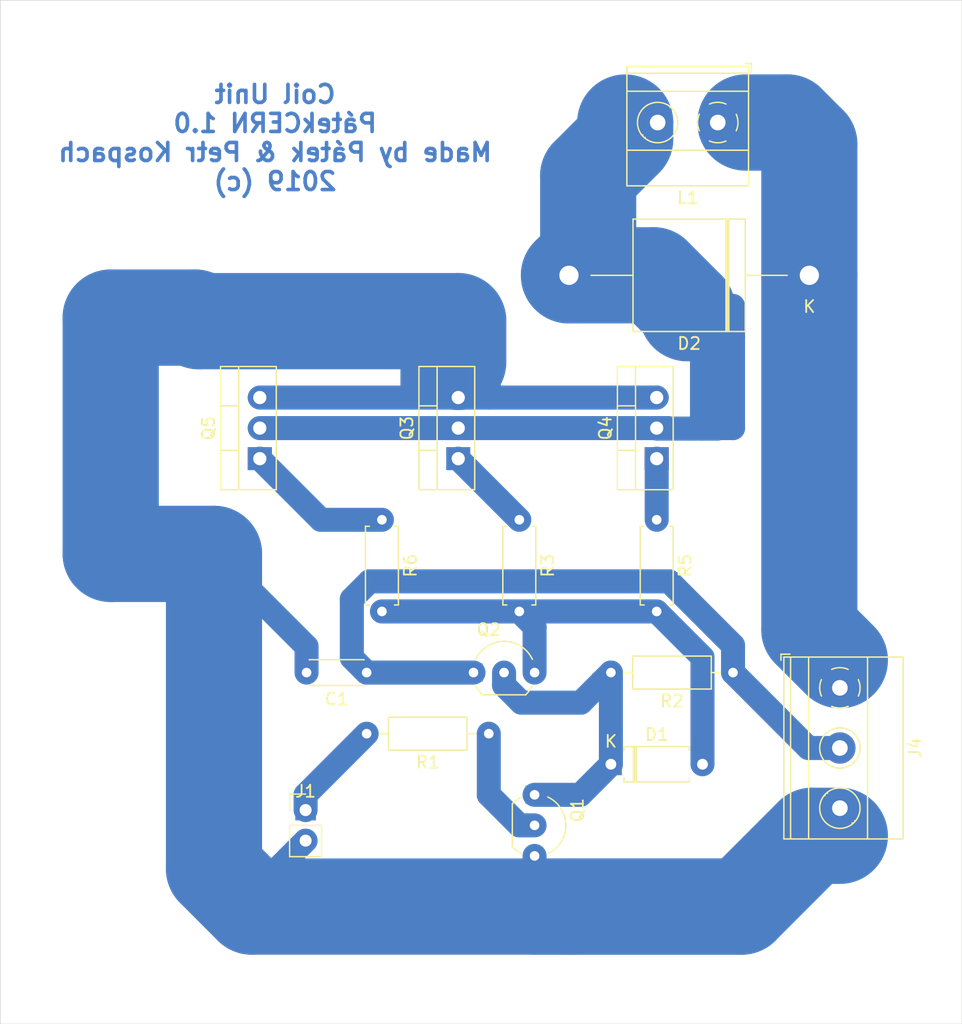
<source format=kicad_pcb>
(kicad_pcb (version 20171130) (host pcbnew 5.1.2-5.1.2)

  (general
    (thickness 1.6)
    (drawings 5)
    (tracks 96)
    (zones 0)
    (modules 16)
    (nets 12)
  )

  (page A4)
  (layers
    (0 F.Cu signal)
    (31 B.Cu signal)
    (32 B.Adhes user)
    (33 F.Adhes user)
    (34 B.Paste user)
    (35 F.Paste user)
    (36 B.SilkS user)
    (37 F.SilkS user)
    (38 B.Mask user)
    (39 F.Mask user)
    (40 Dwgs.User user)
    (41 Cmts.User user)
    (42 Eco1.User user)
    (43 Eco2.User user)
    (44 Edge.Cuts user)
    (45 Margin user)
    (46 B.CrtYd user)
    (47 F.CrtYd user)
    (48 B.Fab user)
    (49 F.Fab user)
  )

  (setup
    (last_trace_width 0.25)
    (user_trace_width 0.8)
    (user_trace_width 2)
    (user_trace_width 8)
    (user_trace_width 10)
    (trace_clearance 0.5)
    (zone_clearance 0.508)
    (zone_45_only no)
    (trace_min 0.2)
    (via_size 0.8)
    (via_drill 0.4)
    (via_min_size 0.4)
    (via_min_drill 0.3)
    (uvia_size 0.3)
    (uvia_drill 0.1)
    (uvias_allowed no)
    (uvia_min_size 0.2)
    (uvia_min_drill 0.1)
    (edge_width 0.05)
    (segment_width 0.2)
    (pcb_text_width 0.3)
    (pcb_text_size 1.5 1.5)
    (mod_edge_width 0.12)
    (mod_text_size 1 1)
    (mod_text_width 0.15)
    (pad_size 1.524 1.524)
    (pad_drill 0.762)
    (pad_to_mask_clearance 0.051)
    (solder_mask_min_width 0.25)
    (aux_axis_origin 0 0)
    (grid_origin 10.16 8.89)
    (visible_elements FFFFFF7F)
    (pcbplotparams
      (layerselection 0x010fc_ffffffff)
      (usegerberextensions false)
      (usegerberattributes false)
      (usegerberadvancedattributes false)
      (creategerberjobfile false)
      (excludeedgelayer true)
      (linewidth 0.100000)
      (plotframeref false)
      (viasonmask false)
      (mode 1)
      (useauxorigin false)
      (hpglpennumber 1)
      (hpglpenspeed 20)
      (hpglpendiameter 15.000000)
      (psnegative false)
      (psa4output false)
      (plotreference true)
      (plotvalue true)
      (plotinvisibletext false)
      (padsonsilk false)
      (subtractmaskfromsilk false)
      (outputformat 1)
      (mirror false)
      (drillshape 1)
      (scaleselection 1)
      (outputdirectory ""))
  )

  (net 0 "")
  (net 1 "Net-(C1-Pad2)")
  (net 2 "Net-(D2-Pad1)")
  (net 3 "Net-(C1-Pad1)")
  (net 4 "Net-(D1-Pad1)")
  (net 5 "Net-(Q1-Pad2)")
  (net 6 "Net-(D1-Pad2)")
  (net 7 "Net-(D2-Pad2)")
  (net 8 "Net-(Q3-Pad1)")
  (net 9 "Net-(Q4-Pad1)")
  (net 10 "Net-(Q5-Pad1)")
  (net 11 "Net-(J1-Pad1)")

  (net_class Default "This is the default net class."
    (clearance 0.5)
    (trace_width 0.25)
    (via_dia 0.8)
    (via_drill 0.4)
    (uvia_dia 0.3)
    (uvia_drill 0.1)
    (add_net "Net-(C1-Pad1)")
    (add_net "Net-(C1-Pad2)")
    (add_net "Net-(D1-Pad1)")
    (add_net "Net-(D1-Pad2)")
    (add_net "Net-(D2-Pad1)")
    (add_net "Net-(D2-Pad2)")
    (add_net "Net-(J1-Pad1)")
    (add_net "Net-(Q1-Pad2)")
    (add_net "Net-(Q3-Pad1)")
    (add_net "Net-(Q4-Pad1)")
    (add_net "Net-(Q5-Pad1)")
  )

  (module Package_TO_SOT_THT:TO-92_Inline_Wide (layer F.Cu) (tedit 5A02FF81) (tstamp 5CE876AE)
    (at 87.63 72.39)
    (descr "TO-92 leads in-line, wide, drill 0.75mm (see NXP sot054_po.pdf)")
    (tags "to-92 sc-43 sc-43a sot54 PA33 transistor")
    (path /5CE15D83)
    (fp_text reference Q2 (at 1.27 -3.56) (layer F.SilkS)
      (effects (font (size 1 1) (thickness 0.15)))
    )
    (fp_text value BC337 (at 1.27 2.79) (layer F.Fab)
      (effects (font (size 1 1) (thickness 0.15)))
    )
    (fp_arc (start 2.54 0) (end 4.34 1.85) (angle -20) (layer F.SilkS) (width 0.12))
    (fp_arc (start 2.54 0) (end 2.54 -2.48) (angle -135) (layer F.Fab) (width 0.1))
    (fp_arc (start 2.54 0) (end 2.54 -2.48) (angle 135) (layer F.Fab) (width 0.1))
    (fp_arc (start 2.54 0) (end 2.54 -2.6) (angle 65) (layer F.SilkS) (width 0.12))
    (fp_arc (start 2.54 0) (end 2.54 -2.6) (angle -65) (layer F.SilkS) (width 0.12))
    (fp_arc (start 2.54 0) (end 0.74 1.85) (angle 20) (layer F.SilkS) (width 0.12))
    (fp_line (start 6.09 2.01) (end -1.01 2.01) (layer F.CrtYd) (width 0.05))
    (fp_line (start 6.09 2.01) (end 6.09 -2.73) (layer F.CrtYd) (width 0.05))
    (fp_line (start -1.01 -2.73) (end -1.01 2.01) (layer F.CrtYd) (width 0.05))
    (fp_line (start -1.01 -2.73) (end 6.09 -2.73) (layer F.CrtYd) (width 0.05))
    (fp_line (start 0.8 1.75) (end 4.3 1.75) (layer F.Fab) (width 0.1))
    (fp_line (start 0.74 1.85) (end 4.34 1.85) (layer F.SilkS) (width 0.12))
    (fp_text user %R (at 1.27 -3.56) (layer F.Fab)
      (effects (font (size 1 1) (thickness 0.15)))
    )
    (pad 1 thru_hole rect (at 0 0 90) (size 1.5 1.5) (drill 0.8) (layers *.Cu *.Mask)
      (net 3 "Net-(C1-Pad1)"))
    (pad 3 thru_hole circle (at 5.08 0 90) (size 1.5 1.5) (drill 0.8) (layers *.Cu *.Mask)
      (net 6 "Net-(D1-Pad2)"))
    (pad 2 thru_hole circle (at 2.54 0 90) (size 1.5 1.5) (drill 0.8) (layers *.Cu *.Mask)
      (net 4 "Net-(D1-Pad1)"))
    (model ${KISYS3DMOD}/Package_TO_SOT_THT.3dshapes/TO-92_Inline_Wide.wrl
      (at (xyz 0 0 0))
      (scale (xyz 1 1 1))
      (rotate (xyz 0 0 0))
    )
  )

  (module Package_TO_SOT_THT:TO-92_Inline_Wide (layer F.Cu) (tedit 5A02FF81) (tstamp 5CE8769C)
    (at 92.71 82.55 270)
    (descr "TO-92 leads in-line, wide, drill 0.75mm (see NXP sot054_po.pdf)")
    (tags "to-92 sc-43 sc-43a sot54 PA33 transistor")
    (path /5CE15D35)
    (fp_text reference Q1 (at 1.27 -3.56 90) (layer F.SilkS)
      (effects (font (size 1 1) (thickness 0.15)))
    )
    (fp_text value BC337 (at 1.27 2.79 90) (layer F.Fab)
      (effects (font (size 1 1) (thickness 0.15)))
    )
    (fp_arc (start 2.54 0) (end 4.34 1.85) (angle -20) (layer F.SilkS) (width 0.12))
    (fp_arc (start 2.54 0) (end 2.54 -2.48) (angle -135) (layer F.Fab) (width 0.1))
    (fp_arc (start 2.54 0) (end 2.54 -2.48) (angle 135) (layer F.Fab) (width 0.1))
    (fp_arc (start 2.54 0) (end 2.54 -2.6) (angle 65) (layer F.SilkS) (width 0.12))
    (fp_arc (start 2.54 0) (end 2.54 -2.6) (angle -65) (layer F.SilkS) (width 0.12))
    (fp_arc (start 2.54 0) (end 0.74 1.85) (angle 20) (layer F.SilkS) (width 0.12))
    (fp_line (start 6.09 2.01) (end -1.01 2.01) (layer F.CrtYd) (width 0.05))
    (fp_line (start 6.09 2.01) (end 6.09 -2.73) (layer F.CrtYd) (width 0.05))
    (fp_line (start -1.01 -2.73) (end -1.01 2.01) (layer F.CrtYd) (width 0.05))
    (fp_line (start -1.01 -2.73) (end 6.09 -2.73) (layer F.CrtYd) (width 0.05))
    (fp_line (start 0.8 1.75) (end 4.3 1.75) (layer F.Fab) (width 0.1))
    (fp_line (start 0.74 1.85) (end 4.34 1.85) (layer F.SilkS) (width 0.12))
    (fp_text user %R (at 1.27 -3.56 90) (layer F.Fab)
      (effects (font (size 1 1) (thickness 0.15)))
    )
    (pad 1 thru_hole rect (at 0 0) (size 1.5 1.5) (drill 0.8) (layers *.Cu *.Mask)
      (net 4 "Net-(D1-Pad1)"))
    (pad 3 thru_hole circle (at 5.08 0) (size 1.5 1.5) (drill 0.8) (layers *.Cu *.Mask)
      (net 1 "Net-(C1-Pad2)"))
    (pad 2 thru_hole circle (at 2.54 0) (size 1.5 1.5) (drill 0.8) (layers *.Cu *.Mask)
      (net 5 "Net-(Q1-Pad2)"))
    (model ${KISYS3DMOD}/Package_TO_SOT_THT.3dshapes/TO-92_Inline_Wide.wrl
      (at (xyz 0 0 0))
      (scale (xyz 1 1 1))
      (rotate (xyz 0 0 0))
    )
  )

  (module Connector_PinHeader_2.54mm:PinHeader_1x02_P2.54mm_Vertical (layer F.Cu) (tedit 59FED5CC) (tstamp 5CE87465)
    (at 73.66 83.82)
    (descr "Through hole straight pin header, 1x02, 2.54mm pitch, single row")
    (tags "Through hole pin header THT 1x02 2.54mm single row")
    (path /5CE1F4C9)
    (fp_text reference J1 (at 0 -1.56) (layer F.SilkS)
      (effects (font (size 1 1) (thickness 0.15)))
    )
    (fp_text value "Vstup pulzu" (at 0 2.56) (layer F.Fab)
      (effects (font (size 1 1) (thickness 0.15)))
    )
    (fp_text user %R (at 0 0.5 90) (layer F.Fab)
      (effects (font (size 0.76 0.76) (thickness 0.114)))
    )
    (fp_line (start 1.8 -1.8) (end -1.8 -1.8) (layer F.CrtYd) (width 0.05))
    (fp_line (start 1.8 4.35) (end 1.8 -1.8) (layer F.CrtYd) (width 0.05))
    (fp_line (start -1.8 4.35) (end 1.8 4.35) (layer F.CrtYd) (width 0.05))
    (fp_line (start -1.8 -1.8) (end -1.8 4.35) (layer F.CrtYd) (width 0.05))
    (fp_line (start -1.33 -1.33) (end 0 -1.33) (layer F.SilkS) (width 0.12))
    (fp_line (start -1.33 0) (end -1.33 -1.33) (layer F.SilkS) (width 0.12))
    (fp_line (start -1.33 1.27) (end 1.33 1.27) (layer F.SilkS) (width 0.12))
    (fp_line (start 1.33 1.27) (end 1.33 3.87) (layer F.SilkS) (width 0.12))
    (fp_line (start -1.33 1.27) (end -1.33 3.87) (layer F.SilkS) (width 0.12))
    (fp_line (start -1.33 3.87) (end 1.33 3.87) (layer F.SilkS) (width 0.12))
    (fp_line (start -1.27 -0.635) (end -0.635 -1.27) (layer F.Fab) (width 0.1))
    (fp_line (start -1.27 3.81) (end -1.27 -0.635) (layer F.Fab) (width 0.1))
    (fp_line (start 1.27 3.81) (end -1.27 3.81) (layer F.Fab) (width 0.1))
    (fp_line (start 1.27 -1.27) (end 1.27 3.81) (layer F.Fab) (width 0.1))
    (fp_line (start -0.635 -1.27) (end 1.27 -1.27) (layer F.Fab) (width 0.1))
    (pad 2 thru_hole oval (at 0 2.54) (size 1.7 1.7) (drill 1) (layers *.Cu *.Mask)
      (net 1 "Net-(C1-Pad2)"))
    (pad 1 thru_hole rect (at 0 0) (size 1.7 1.7) (drill 1) (layers *.Cu *.Mask)
      (net 11 "Net-(J1-Pad1)"))
    (model ${KISYS3DMOD}/Connector_PinHeader_2.54mm.3dshapes/PinHeader_1x02_P2.54mm_Vertical.wrl
      (at (xyz 0 0 0))
      (scale (xyz 1 1 1))
      (rotate (xyz 0 0 0))
    )
  )

  (module Resistor_THT:R_Axial_DIN0207_L6.3mm_D2.5mm_P7.62mm_Horizontal (layer F.Cu) (tedit 5AE5139B) (tstamp 5CE8779B)
    (at 80.01 59.69 270)
    (descr "Resistor, Axial_DIN0207 series, Axial, Horizontal, pin pitch=7.62mm, 0.25W = 1/4W, length*diameter=6.3*2.5mm^2, http://cdn-reichelt.de/documents/datenblatt/B400/1_4W%23YAG.pdf")
    (tags "Resistor Axial_DIN0207 series Axial Horizontal pin pitch 7.62mm 0.25W = 1/4W length 6.3mm diameter 2.5mm")
    (path /5CE33135)
    (fp_text reference R6 (at 3.81 -2.37 90) (layer F.SilkS)
      (effects (font (size 1 1) (thickness 0.15)))
    )
    (fp_text value 47 (at 3.81 2.37 90) (layer F.Fab)
      (effects (font (size 1 1) (thickness 0.15)))
    )
    (fp_text user %R (at 3.81 0 90) (layer F.Fab)
      (effects (font (size 1 1) (thickness 0.15)))
    )
    (fp_line (start 8.67 -1.5) (end -1.05 -1.5) (layer F.CrtYd) (width 0.05))
    (fp_line (start 8.67 1.5) (end 8.67 -1.5) (layer F.CrtYd) (width 0.05))
    (fp_line (start -1.05 1.5) (end 8.67 1.5) (layer F.CrtYd) (width 0.05))
    (fp_line (start -1.05 -1.5) (end -1.05 1.5) (layer F.CrtYd) (width 0.05))
    (fp_line (start 7.08 1.37) (end 7.08 1.04) (layer F.SilkS) (width 0.12))
    (fp_line (start 0.54 1.37) (end 7.08 1.37) (layer F.SilkS) (width 0.12))
    (fp_line (start 0.54 1.04) (end 0.54 1.37) (layer F.SilkS) (width 0.12))
    (fp_line (start 7.08 -1.37) (end 7.08 -1.04) (layer F.SilkS) (width 0.12))
    (fp_line (start 0.54 -1.37) (end 7.08 -1.37) (layer F.SilkS) (width 0.12))
    (fp_line (start 0.54 -1.04) (end 0.54 -1.37) (layer F.SilkS) (width 0.12))
    (fp_line (start 7.62 0) (end 6.96 0) (layer F.Fab) (width 0.1))
    (fp_line (start 0 0) (end 0.66 0) (layer F.Fab) (width 0.1))
    (fp_line (start 6.96 -1.25) (end 0.66 -1.25) (layer F.Fab) (width 0.1))
    (fp_line (start 6.96 1.25) (end 6.96 -1.25) (layer F.Fab) (width 0.1))
    (fp_line (start 0.66 1.25) (end 6.96 1.25) (layer F.Fab) (width 0.1))
    (fp_line (start 0.66 -1.25) (end 0.66 1.25) (layer F.Fab) (width 0.1))
    (pad 2 thru_hole oval (at 7.62 0 270) (size 1.6 1.6) (drill 0.8) (layers *.Cu *.Mask)
      (net 6 "Net-(D1-Pad2)"))
    (pad 1 thru_hole circle (at 0 0 270) (size 1.6 1.6) (drill 0.8) (layers *.Cu *.Mask)
      (net 10 "Net-(Q5-Pad1)"))
    (model ${KISYS3DMOD}/Resistor_THT.3dshapes/R_Axial_DIN0207_L6.3mm_D2.5mm_P7.62mm_Horizontal.wrl
      (at (xyz 0 0 0))
      (scale (xyz 1 1 1))
      (rotate (xyz 0 0 0))
    )
  )

  (module Resistor_THT:R_Axial_DIN0207_L6.3mm_D2.5mm_P7.62mm_Horizontal (layer F.Cu) (tedit 5AE5139B) (tstamp 5CE87784)
    (at 102.87 59.69 270)
    (descr "Resistor, Axial_DIN0207 series, Axial, Horizontal, pin pitch=7.62mm, 0.25W = 1/4W, length*diameter=6.3*2.5mm^2, http://cdn-reichelt.de/documents/datenblatt/B400/1_4W%23YAG.pdf")
    (tags "Resistor Axial_DIN0207 series Axial Horizontal pin pitch 7.62mm 0.25W = 1/4W length 6.3mm diameter 2.5mm")
    (path /5CE330F1)
    (fp_text reference R5 (at 3.81 -2.37 90) (layer F.SilkS)
      (effects (font (size 1 1) (thickness 0.15)))
    )
    (fp_text value 47 (at 3.81 2.37 90) (layer F.Fab)
      (effects (font (size 1 1) (thickness 0.15)))
    )
    (fp_text user %R (at 3.81 0 90) (layer F.Fab)
      (effects (font (size 1 1) (thickness 0.15)))
    )
    (fp_line (start 8.67 -1.5) (end -1.05 -1.5) (layer F.CrtYd) (width 0.05))
    (fp_line (start 8.67 1.5) (end 8.67 -1.5) (layer F.CrtYd) (width 0.05))
    (fp_line (start -1.05 1.5) (end 8.67 1.5) (layer F.CrtYd) (width 0.05))
    (fp_line (start -1.05 -1.5) (end -1.05 1.5) (layer F.CrtYd) (width 0.05))
    (fp_line (start 7.08 1.37) (end 7.08 1.04) (layer F.SilkS) (width 0.12))
    (fp_line (start 0.54 1.37) (end 7.08 1.37) (layer F.SilkS) (width 0.12))
    (fp_line (start 0.54 1.04) (end 0.54 1.37) (layer F.SilkS) (width 0.12))
    (fp_line (start 7.08 -1.37) (end 7.08 -1.04) (layer F.SilkS) (width 0.12))
    (fp_line (start 0.54 -1.37) (end 7.08 -1.37) (layer F.SilkS) (width 0.12))
    (fp_line (start 0.54 -1.04) (end 0.54 -1.37) (layer F.SilkS) (width 0.12))
    (fp_line (start 7.62 0) (end 6.96 0) (layer F.Fab) (width 0.1))
    (fp_line (start 0 0) (end 0.66 0) (layer F.Fab) (width 0.1))
    (fp_line (start 6.96 -1.25) (end 0.66 -1.25) (layer F.Fab) (width 0.1))
    (fp_line (start 6.96 1.25) (end 6.96 -1.25) (layer F.Fab) (width 0.1))
    (fp_line (start 0.66 1.25) (end 6.96 1.25) (layer F.Fab) (width 0.1))
    (fp_line (start 0.66 -1.25) (end 0.66 1.25) (layer F.Fab) (width 0.1))
    (pad 2 thru_hole oval (at 7.62 0 270) (size 1.6 1.6) (drill 0.8) (layers *.Cu *.Mask)
      (net 6 "Net-(D1-Pad2)"))
    (pad 1 thru_hole circle (at 0 0 270) (size 1.6 1.6) (drill 0.8) (layers *.Cu *.Mask)
      (net 9 "Net-(Q4-Pad1)"))
    (model ${KISYS3DMOD}/Resistor_THT.3dshapes/R_Axial_DIN0207_L6.3mm_D2.5mm_P7.62mm_Horizontal.wrl
      (at (xyz 0 0 0))
      (scale (xyz 1 1 1))
      (rotate (xyz 0 0 0))
    )
  )

  (module Resistor_THT:R_Axial_DIN0207_L6.3mm_D2.5mm_P7.62mm_Horizontal (layer F.Cu) (tedit 5AE5139B) (tstamp 5CE87741)
    (at 91.44 59.69 270)
    (descr "Resistor, Axial_DIN0207 series, Axial, Horizontal, pin pitch=7.62mm, 0.25W = 1/4W, length*diameter=6.3*2.5mm^2, http://cdn-reichelt.de/documents/datenblatt/B400/1_4W%23YAG.pdf")
    (tags "Resistor Axial_DIN0207 series Axial Horizontal pin pitch 7.62mm 0.25W = 1/4W length 6.3mm diameter 2.5mm")
    (path /5CE15C61)
    (fp_text reference R3 (at 3.81 -2.37 90) (layer F.SilkS)
      (effects (font (size 1 1) (thickness 0.15)))
    )
    (fp_text value 47 (at 3.81 2.37 90) (layer F.Fab)
      (effects (font (size 1 1) (thickness 0.15)))
    )
    (fp_text user %R (at 3.81 0 90) (layer F.Fab)
      (effects (font (size 1 1) (thickness 0.15)))
    )
    (fp_line (start 8.67 -1.5) (end -1.05 -1.5) (layer F.CrtYd) (width 0.05))
    (fp_line (start 8.67 1.5) (end 8.67 -1.5) (layer F.CrtYd) (width 0.05))
    (fp_line (start -1.05 1.5) (end 8.67 1.5) (layer F.CrtYd) (width 0.05))
    (fp_line (start -1.05 -1.5) (end -1.05 1.5) (layer F.CrtYd) (width 0.05))
    (fp_line (start 7.08 1.37) (end 7.08 1.04) (layer F.SilkS) (width 0.12))
    (fp_line (start 0.54 1.37) (end 7.08 1.37) (layer F.SilkS) (width 0.12))
    (fp_line (start 0.54 1.04) (end 0.54 1.37) (layer F.SilkS) (width 0.12))
    (fp_line (start 7.08 -1.37) (end 7.08 -1.04) (layer F.SilkS) (width 0.12))
    (fp_line (start 0.54 -1.37) (end 7.08 -1.37) (layer F.SilkS) (width 0.12))
    (fp_line (start 0.54 -1.04) (end 0.54 -1.37) (layer F.SilkS) (width 0.12))
    (fp_line (start 7.62 0) (end 6.96 0) (layer F.Fab) (width 0.1))
    (fp_line (start 0 0) (end 0.66 0) (layer F.Fab) (width 0.1))
    (fp_line (start 6.96 -1.25) (end 0.66 -1.25) (layer F.Fab) (width 0.1))
    (fp_line (start 6.96 1.25) (end 6.96 -1.25) (layer F.Fab) (width 0.1))
    (fp_line (start 0.66 1.25) (end 6.96 1.25) (layer F.Fab) (width 0.1))
    (fp_line (start 0.66 -1.25) (end 0.66 1.25) (layer F.Fab) (width 0.1))
    (pad 2 thru_hole oval (at 7.62 0 270) (size 1.6 1.6) (drill 0.8) (layers *.Cu *.Mask)
      (net 6 "Net-(D1-Pad2)"))
    (pad 1 thru_hole circle (at 0 0 270) (size 1.6 1.6) (drill 0.8) (layers *.Cu *.Mask)
      (net 8 "Net-(Q3-Pad1)"))
    (model ${KISYS3DMOD}/Resistor_THT.3dshapes/R_Axial_DIN0207_L6.3mm_D2.5mm_P7.62mm_Horizontal.wrl
      (at (xyz 0 0 0))
      (scale (xyz 1 1 1))
      (rotate (xyz 0 0 0))
    )
  )

  (module Resistor_THT:R_Axial_DIN0207_L6.3mm_D2.5mm_P10.16mm_Horizontal (layer F.Cu) (tedit 5AE5139B) (tstamp 5CE8772A)
    (at 109.22 72.39 180)
    (descr "Resistor, Axial_DIN0207 series, Axial, Horizontal, pin pitch=10.16mm, 0.25W = 1/4W, length*diameter=6.3*2.5mm^2, http://cdn-reichelt.de/documents/datenblatt/B400/1_4W%23YAG.pdf")
    (tags "Resistor Axial_DIN0207 series Axial Horizontal pin pitch 10.16mm 0.25W = 1/4W length 6.3mm diameter 2.5mm")
    (path /5CE15B50)
    (fp_text reference R2 (at 5.08 -2.37) (layer F.SilkS)
      (effects (font (size 1 1) (thickness 0.15)))
    )
    (fp_text value 2k2 (at 5.08 2.37) (layer F.Fab)
      (effects (font (size 1 1) (thickness 0.15)))
    )
    (fp_text user %R (at 5.08 0) (layer F.Fab)
      (effects (font (size 1 1) (thickness 0.15)))
    )
    (fp_line (start 11.21 -1.5) (end -1.05 -1.5) (layer F.CrtYd) (width 0.05))
    (fp_line (start 11.21 1.5) (end 11.21 -1.5) (layer F.CrtYd) (width 0.05))
    (fp_line (start -1.05 1.5) (end 11.21 1.5) (layer F.CrtYd) (width 0.05))
    (fp_line (start -1.05 -1.5) (end -1.05 1.5) (layer F.CrtYd) (width 0.05))
    (fp_line (start 9.12 0) (end 8.35 0) (layer F.SilkS) (width 0.12))
    (fp_line (start 1.04 0) (end 1.81 0) (layer F.SilkS) (width 0.12))
    (fp_line (start 8.35 -1.37) (end 1.81 -1.37) (layer F.SilkS) (width 0.12))
    (fp_line (start 8.35 1.37) (end 8.35 -1.37) (layer F.SilkS) (width 0.12))
    (fp_line (start 1.81 1.37) (end 8.35 1.37) (layer F.SilkS) (width 0.12))
    (fp_line (start 1.81 -1.37) (end 1.81 1.37) (layer F.SilkS) (width 0.12))
    (fp_line (start 10.16 0) (end 8.23 0) (layer F.Fab) (width 0.1))
    (fp_line (start 0 0) (end 1.93 0) (layer F.Fab) (width 0.1))
    (fp_line (start 8.23 -1.25) (end 1.93 -1.25) (layer F.Fab) (width 0.1))
    (fp_line (start 8.23 1.25) (end 8.23 -1.25) (layer F.Fab) (width 0.1))
    (fp_line (start 1.93 1.25) (end 8.23 1.25) (layer F.Fab) (width 0.1))
    (fp_line (start 1.93 -1.25) (end 1.93 1.25) (layer F.Fab) (width 0.1))
    (pad 2 thru_hole oval (at 10.16 0 180) (size 1.6 1.6) (drill 0.8) (layers *.Cu *.Mask)
      (net 4 "Net-(D1-Pad1)"))
    (pad 1 thru_hole circle (at 0 0 180) (size 1.6 1.6) (drill 0.8) (layers *.Cu *.Mask)
      (net 3 "Net-(C1-Pad1)"))
    (model ${KISYS3DMOD}/Resistor_THT.3dshapes/R_Axial_DIN0207_L6.3mm_D2.5mm_P10.16mm_Horizontal.wrl
      (at (xyz 0 0 0))
      (scale (xyz 1 1 1))
      (rotate (xyz 0 0 0))
    )
  )

  (module Resistor_THT:R_Axial_DIN0207_L6.3mm_D2.5mm_P10.16mm_Horizontal (layer F.Cu) (tedit 5AE5139B) (tstamp 5CE87713)
    (at 88.9 77.47 180)
    (descr "Resistor, Axial_DIN0207 series, Axial, Horizontal, pin pitch=10.16mm, 0.25W = 1/4W, length*diameter=6.3*2.5mm^2, http://cdn-reichelt.de/documents/datenblatt/B400/1_4W%23YAG.pdf")
    (tags "Resistor Axial_DIN0207 series Axial Horizontal pin pitch 10.16mm 0.25W = 1/4W length 6.3mm diameter 2.5mm")
    (path /5CE15C0E)
    (fp_text reference R1 (at 5.08 -2.37) (layer F.SilkS)
      (effects (font (size 1 1) (thickness 0.15)))
    )
    (fp_text value 1k (at 5.08 2.37) (layer F.Fab)
      (effects (font (size 1 1) (thickness 0.15)))
    )
    (fp_text user %R (at 5.08 0) (layer F.Fab)
      (effects (font (size 1 1) (thickness 0.15)))
    )
    (fp_line (start 11.21 -1.5) (end -1.05 -1.5) (layer F.CrtYd) (width 0.05))
    (fp_line (start 11.21 1.5) (end 11.21 -1.5) (layer F.CrtYd) (width 0.05))
    (fp_line (start -1.05 1.5) (end 11.21 1.5) (layer F.CrtYd) (width 0.05))
    (fp_line (start -1.05 -1.5) (end -1.05 1.5) (layer F.CrtYd) (width 0.05))
    (fp_line (start 9.12 0) (end 8.35 0) (layer F.SilkS) (width 0.12))
    (fp_line (start 1.04 0) (end 1.81 0) (layer F.SilkS) (width 0.12))
    (fp_line (start 8.35 -1.37) (end 1.81 -1.37) (layer F.SilkS) (width 0.12))
    (fp_line (start 8.35 1.37) (end 8.35 -1.37) (layer F.SilkS) (width 0.12))
    (fp_line (start 1.81 1.37) (end 8.35 1.37) (layer F.SilkS) (width 0.12))
    (fp_line (start 1.81 -1.37) (end 1.81 1.37) (layer F.SilkS) (width 0.12))
    (fp_line (start 10.16 0) (end 8.23 0) (layer F.Fab) (width 0.1))
    (fp_line (start 0 0) (end 1.93 0) (layer F.Fab) (width 0.1))
    (fp_line (start 8.23 -1.25) (end 1.93 -1.25) (layer F.Fab) (width 0.1))
    (fp_line (start 8.23 1.25) (end 8.23 -1.25) (layer F.Fab) (width 0.1))
    (fp_line (start 1.93 1.25) (end 8.23 1.25) (layer F.Fab) (width 0.1))
    (fp_line (start 1.93 -1.25) (end 1.93 1.25) (layer F.Fab) (width 0.1))
    (pad 2 thru_hole oval (at 10.16 0 180) (size 1.6 1.6) (drill 0.8) (layers *.Cu *.Mask)
      (net 11 "Net-(J1-Pad1)"))
    (pad 1 thru_hole circle (at 0 0 180) (size 1.6 1.6) (drill 0.8) (layers *.Cu *.Mask)
      (net 5 "Net-(Q1-Pad2)"))
    (model ${KISYS3DMOD}/Resistor_THT.3dshapes/R_Axial_DIN0207_L6.3mm_D2.5mm_P10.16mm_Horizontal.wrl
      (at (xyz 0 0 0))
      (scale (xyz 1 1 1))
      (rotate (xyz 0 0 0))
    )
  )

  (module Package_TO_SOT_THT:TO-220-3_Vertical (layer F.Cu) (tedit 5AC8BA0D) (tstamp 5CE876FC)
    (at 69.85 54.61 90)
    (descr "TO-220-3, Vertical, RM 2.54mm, see https://www.vishay.com/docs/66542/to-220-1.pdf")
    (tags "TO-220-3 Vertical RM 2.54mm")
    (path /5CE302CF)
    (fp_text reference Q5 (at 2.54 -4.27 90) (layer F.SilkS)
      (effects (font (size 1 1) (thickness 0.15)))
    )
    (fp_text value IRF3205 (at 2.54 2.5 90) (layer F.Fab)
      (effects (font (size 1 1) (thickness 0.15)))
    )
    (fp_text user %R (at 2.54 -4.27 90) (layer F.Fab)
      (effects (font (size 1 1) (thickness 0.15)))
    )
    (fp_line (start 7.79 -3.4) (end -2.71 -3.4) (layer F.CrtYd) (width 0.05))
    (fp_line (start 7.79 1.51) (end 7.79 -3.4) (layer F.CrtYd) (width 0.05))
    (fp_line (start -2.71 1.51) (end 7.79 1.51) (layer F.CrtYd) (width 0.05))
    (fp_line (start -2.71 -3.4) (end -2.71 1.51) (layer F.CrtYd) (width 0.05))
    (fp_line (start 4.391 -3.27) (end 4.391 -1.76) (layer F.SilkS) (width 0.12))
    (fp_line (start 0.69 -3.27) (end 0.69 -1.76) (layer F.SilkS) (width 0.12))
    (fp_line (start -2.58 -1.76) (end 7.66 -1.76) (layer F.SilkS) (width 0.12))
    (fp_line (start 7.66 -3.27) (end 7.66 1.371) (layer F.SilkS) (width 0.12))
    (fp_line (start -2.58 -3.27) (end -2.58 1.371) (layer F.SilkS) (width 0.12))
    (fp_line (start -2.58 1.371) (end 7.66 1.371) (layer F.SilkS) (width 0.12))
    (fp_line (start -2.58 -3.27) (end 7.66 -3.27) (layer F.SilkS) (width 0.12))
    (fp_line (start 4.39 -3.15) (end 4.39 -1.88) (layer F.Fab) (width 0.1))
    (fp_line (start 0.69 -3.15) (end 0.69 -1.88) (layer F.Fab) (width 0.1))
    (fp_line (start -2.46 -1.88) (end 7.54 -1.88) (layer F.Fab) (width 0.1))
    (fp_line (start 7.54 -3.15) (end -2.46 -3.15) (layer F.Fab) (width 0.1))
    (fp_line (start 7.54 1.25) (end 7.54 -3.15) (layer F.Fab) (width 0.1))
    (fp_line (start -2.46 1.25) (end 7.54 1.25) (layer F.Fab) (width 0.1))
    (fp_line (start -2.46 -3.15) (end -2.46 1.25) (layer F.Fab) (width 0.1))
    (pad 3 thru_hole oval (at 5.08 0 90) (size 1.905 2) (drill 1.1) (layers *.Cu *.Mask)
      (net 1 "Net-(C1-Pad2)"))
    (pad 2 thru_hole oval (at 2.54 0 90) (size 1.905 2) (drill 1.1) (layers *.Cu *.Mask)
      (net 7 "Net-(D2-Pad2)"))
    (pad 1 thru_hole rect (at 0 0 90) (size 1.905 2) (drill 1.1) (layers *.Cu *.Mask)
      (net 10 "Net-(Q5-Pad1)"))
    (model ${KISYS3DMOD}/Package_TO_SOT_THT.3dshapes/TO-220-3_Vertical.wrl
      (at (xyz 0 0 0))
      (scale (xyz 1 1 1))
      (rotate (xyz 0 0 0))
    )
  )

  (module Package_TO_SOT_THT:TO-220-3_Vertical (layer F.Cu) (tedit 5AC8BA0D) (tstamp 5CE876E2)
    (at 102.87 54.61 90)
    (descr "TO-220-3, Vertical, RM 2.54mm, see https://www.vishay.com/docs/66542/to-220-1.pdf")
    (tags "TO-220-3 Vertical RM 2.54mm")
    (path /5CE3026B)
    (fp_text reference Q4 (at 2.54 -4.27 90) (layer F.SilkS)
      (effects (font (size 1 1) (thickness 0.15)))
    )
    (fp_text value IRF3205 (at 2.54 2.5 90) (layer F.Fab)
      (effects (font (size 1 1) (thickness 0.15)))
    )
    (fp_text user %R (at 2.54 -4.27 90) (layer F.Fab)
      (effects (font (size 1 1) (thickness 0.15)))
    )
    (fp_line (start 7.79 -3.4) (end -2.71 -3.4) (layer F.CrtYd) (width 0.05))
    (fp_line (start 7.79 1.51) (end 7.79 -3.4) (layer F.CrtYd) (width 0.05))
    (fp_line (start -2.71 1.51) (end 7.79 1.51) (layer F.CrtYd) (width 0.05))
    (fp_line (start -2.71 -3.4) (end -2.71 1.51) (layer F.CrtYd) (width 0.05))
    (fp_line (start 4.391 -3.27) (end 4.391 -1.76) (layer F.SilkS) (width 0.12))
    (fp_line (start 0.69 -3.27) (end 0.69 -1.76) (layer F.SilkS) (width 0.12))
    (fp_line (start -2.58 -1.76) (end 7.66 -1.76) (layer F.SilkS) (width 0.12))
    (fp_line (start 7.66 -3.27) (end 7.66 1.371) (layer F.SilkS) (width 0.12))
    (fp_line (start -2.58 -3.27) (end -2.58 1.371) (layer F.SilkS) (width 0.12))
    (fp_line (start -2.58 1.371) (end 7.66 1.371) (layer F.SilkS) (width 0.12))
    (fp_line (start -2.58 -3.27) (end 7.66 -3.27) (layer F.SilkS) (width 0.12))
    (fp_line (start 4.39 -3.15) (end 4.39 -1.88) (layer F.Fab) (width 0.1))
    (fp_line (start 0.69 -3.15) (end 0.69 -1.88) (layer F.Fab) (width 0.1))
    (fp_line (start -2.46 -1.88) (end 7.54 -1.88) (layer F.Fab) (width 0.1))
    (fp_line (start 7.54 -3.15) (end -2.46 -3.15) (layer F.Fab) (width 0.1))
    (fp_line (start 7.54 1.25) (end 7.54 -3.15) (layer F.Fab) (width 0.1))
    (fp_line (start -2.46 1.25) (end 7.54 1.25) (layer F.Fab) (width 0.1))
    (fp_line (start -2.46 -3.15) (end -2.46 1.25) (layer F.Fab) (width 0.1))
    (pad 3 thru_hole oval (at 5.08 0 90) (size 1.905 2) (drill 1.1) (layers *.Cu *.Mask)
      (net 1 "Net-(C1-Pad2)"))
    (pad 2 thru_hole oval (at 2.54 0 90) (size 1.905 2) (drill 1.1) (layers *.Cu *.Mask)
      (net 7 "Net-(D2-Pad2)"))
    (pad 1 thru_hole rect (at 0 0 90) (size 1.905 2) (drill 1.1) (layers *.Cu *.Mask)
      (net 9 "Net-(Q4-Pad1)"))
    (model ${KISYS3DMOD}/Package_TO_SOT_THT.3dshapes/TO-220-3_Vertical.wrl
      (at (xyz 0 0 0))
      (scale (xyz 1 1 1))
      (rotate (xyz 0 0 0))
    )
  )

  (module Package_TO_SOT_THT:TO-220-3_Vertical (layer F.Cu) (tedit 5AC8BA0D) (tstamp 5CE876C8)
    (at 86.36 54.61 90)
    (descr "TO-220-3, Vertical, RM 2.54mm, see https://www.vishay.com/docs/66542/to-220-1.pdf")
    (tags "TO-220-3 Vertical RM 2.54mm")
    (path /5CE160A9)
    (fp_text reference Q3 (at 2.54 -4.27 90) (layer F.SilkS)
      (effects (font (size 1 1) (thickness 0.15)))
    )
    (fp_text value IRF3205 (at 2.54 2.5 90) (layer F.Fab)
      (effects (font (size 1 1) (thickness 0.15)))
    )
    (fp_text user %R (at 2.54 -4.27 90) (layer F.Fab)
      (effects (font (size 1 1) (thickness 0.15)))
    )
    (fp_line (start 7.79 -3.4) (end -2.71 -3.4) (layer F.CrtYd) (width 0.05))
    (fp_line (start 7.79 1.51) (end 7.79 -3.4) (layer F.CrtYd) (width 0.05))
    (fp_line (start -2.71 1.51) (end 7.79 1.51) (layer F.CrtYd) (width 0.05))
    (fp_line (start -2.71 -3.4) (end -2.71 1.51) (layer F.CrtYd) (width 0.05))
    (fp_line (start 4.391 -3.27) (end 4.391 -1.76) (layer F.SilkS) (width 0.12))
    (fp_line (start 0.69 -3.27) (end 0.69 -1.76) (layer F.SilkS) (width 0.12))
    (fp_line (start -2.58 -1.76) (end 7.66 -1.76) (layer F.SilkS) (width 0.12))
    (fp_line (start 7.66 -3.27) (end 7.66 1.371) (layer F.SilkS) (width 0.12))
    (fp_line (start -2.58 -3.27) (end -2.58 1.371) (layer F.SilkS) (width 0.12))
    (fp_line (start -2.58 1.371) (end 7.66 1.371) (layer F.SilkS) (width 0.12))
    (fp_line (start -2.58 -3.27) (end 7.66 -3.27) (layer F.SilkS) (width 0.12))
    (fp_line (start 4.39 -3.15) (end 4.39 -1.88) (layer F.Fab) (width 0.1))
    (fp_line (start 0.69 -3.15) (end 0.69 -1.88) (layer F.Fab) (width 0.1))
    (fp_line (start -2.46 -1.88) (end 7.54 -1.88) (layer F.Fab) (width 0.1))
    (fp_line (start 7.54 -3.15) (end -2.46 -3.15) (layer F.Fab) (width 0.1))
    (fp_line (start 7.54 1.25) (end 7.54 -3.15) (layer F.Fab) (width 0.1))
    (fp_line (start -2.46 1.25) (end 7.54 1.25) (layer F.Fab) (width 0.1))
    (fp_line (start -2.46 -3.15) (end -2.46 1.25) (layer F.Fab) (width 0.1))
    (pad 3 thru_hole oval (at 5.08 0 90) (size 1.905 2) (drill 1.1) (layers *.Cu *.Mask)
      (net 1 "Net-(C1-Pad2)"))
    (pad 2 thru_hole oval (at 2.54 0 90) (size 1.905 2) (drill 1.1) (layers *.Cu *.Mask)
      (net 7 "Net-(D2-Pad2)"))
    (pad 1 thru_hole rect (at 0 0 90) (size 1.905 2) (drill 1.1) (layers *.Cu *.Mask)
      (net 8 "Net-(Q3-Pad1)"))
    (model ${KISYS3DMOD}/Package_TO_SOT_THT.3dshapes/TO-220-3_Vertical.wrl
      (at (xyz 0 0 0))
      (scale (xyz 1 1 1))
      (rotate (xyz 0 0 0))
    )
  )

  (module TerminalBlock_Phoenix:TerminalBlock_Phoenix_MKDS-1,5-2_1x02_P5.00mm_Horizontal (layer F.Cu) (tedit 5B294EE5) (tstamp 5CE8768A)
    (at 107.95 26.67 180)
    (descr "Terminal Block Phoenix MKDS-1,5-2, 2 pins, pitch 5mm, size 10x9.8mm^2, drill diamater 1.3mm, pad diameter 2.6mm, see http://www.farnell.com/datasheets/100425.pdf, script-generated using https://github.com/pointhi/kicad-footprint-generator/scripts/TerminalBlock_Phoenix")
    (tags "THT Terminal Block Phoenix MKDS-1,5-2 pitch 5mm size 10x9.8mm^2 drill 1.3mm pad 2.6mm")
    (path /5CE1633B)
    (fp_text reference L1 (at 2.5 -6.26) (layer F.SilkS)
      (effects (font (size 1 1) (thickness 0.15)))
    )
    (fp_text value Coil (at 2.5 5.66) (layer F.Fab)
      (effects (font (size 1 1) (thickness 0.15)))
    )
    (fp_text user %R (at 2.5 3.2) (layer F.Fab)
      (effects (font (size 1 1) (thickness 0.15)))
    )
    (fp_line (start 8 -5.71) (end -3 -5.71) (layer F.CrtYd) (width 0.05))
    (fp_line (start 8 5.1) (end 8 -5.71) (layer F.CrtYd) (width 0.05))
    (fp_line (start -3 5.1) (end 8 5.1) (layer F.CrtYd) (width 0.05))
    (fp_line (start -3 -5.71) (end -3 5.1) (layer F.CrtYd) (width 0.05))
    (fp_line (start -2.8 4.9) (end -2.3 4.9) (layer F.SilkS) (width 0.12))
    (fp_line (start -2.8 4.16) (end -2.8 4.9) (layer F.SilkS) (width 0.12))
    (fp_line (start 3.773 1.023) (end 3.726 1.069) (layer F.SilkS) (width 0.12))
    (fp_line (start 6.07 -1.275) (end 6.035 -1.239) (layer F.SilkS) (width 0.12))
    (fp_line (start 3.966 1.239) (end 3.931 1.274) (layer F.SilkS) (width 0.12))
    (fp_line (start 6.275 -1.069) (end 6.228 -1.023) (layer F.SilkS) (width 0.12))
    (fp_line (start 5.955 -1.138) (end 3.863 0.955) (layer F.Fab) (width 0.1))
    (fp_line (start 6.138 -0.955) (end 4.046 1.138) (layer F.Fab) (width 0.1))
    (fp_line (start 0.955 -1.138) (end -1.138 0.955) (layer F.Fab) (width 0.1))
    (fp_line (start 1.138 -0.955) (end -0.955 1.138) (layer F.Fab) (width 0.1))
    (fp_line (start 7.56 -5.261) (end 7.56 4.66) (layer F.SilkS) (width 0.12))
    (fp_line (start -2.56 -5.261) (end -2.56 4.66) (layer F.SilkS) (width 0.12))
    (fp_line (start -2.56 4.66) (end 7.56 4.66) (layer F.SilkS) (width 0.12))
    (fp_line (start -2.56 -5.261) (end 7.56 -5.261) (layer F.SilkS) (width 0.12))
    (fp_line (start -2.56 -2.301) (end 7.56 -2.301) (layer F.SilkS) (width 0.12))
    (fp_line (start -2.5 -2.3) (end 7.5 -2.3) (layer F.Fab) (width 0.1))
    (fp_line (start -2.56 2.6) (end 7.56 2.6) (layer F.SilkS) (width 0.12))
    (fp_line (start -2.5 2.6) (end 7.5 2.6) (layer F.Fab) (width 0.1))
    (fp_line (start -2.56 4.1) (end 7.56 4.1) (layer F.SilkS) (width 0.12))
    (fp_line (start -2.5 4.1) (end 7.5 4.1) (layer F.Fab) (width 0.1))
    (fp_line (start -2.5 4.1) (end -2.5 -5.2) (layer F.Fab) (width 0.1))
    (fp_line (start -2 4.6) (end -2.5 4.1) (layer F.Fab) (width 0.1))
    (fp_line (start 7.5 4.6) (end -2 4.6) (layer F.Fab) (width 0.1))
    (fp_line (start 7.5 -5.2) (end 7.5 4.6) (layer F.Fab) (width 0.1))
    (fp_line (start -2.5 -5.2) (end 7.5 -5.2) (layer F.Fab) (width 0.1))
    (fp_circle (center 5 0) (end 6.68 0) (layer F.SilkS) (width 0.12))
    (fp_circle (center 5 0) (end 6.5 0) (layer F.Fab) (width 0.1))
    (fp_circle (center 0 0) (end 1.5 0) (layer F.Fab) (width 0.1))
    (fp_arc (start 0 0) (end -0.684 1.535) (angle -25) (layer F.SilkS) (width 0.12))
    (fp_arc (start 0 0) (end -1.535 -0.684) (angle -48) (layer F.SilkS) (width 0.12))
    (fp_arc (start 0 0) (end 0.684 -1.535) (angle -48) (layer F.SilkS) (width 0.12))
    (fp_arc (start 0 0) (end 1.535 0.684) (angle -48) (layer F.SilkS) (width 0.12))
    (fp_arc (start 0 0) (end 0 1.68) (angle -24) (layer F.SilkS) (width 0.12))
    (pad 2 thru_hole circle (at 5 0 180) (size 2.6 2.6) (drill 1.3) (layers *.Cu *.Mask)
      (net 7 "Net-(D2-Pad2)"))
    (pad 1 thru_hole rect (at 0 0 180) (size 2.6 2.6) (drill 1.3) (layers *.Cu *.Mask)
      (net 2 "Net-(D2-Pad1)"))
    (model ${KISYS3DMOD}/TerminalBlock_Phoenix.3dshapes/TerminalBlock_Phoenix_MKDS-1,5-2_1x02_P5.00mm_Horizontal.wrl
      (at (xyz 0 0 0))
      (scale (xyz 1 1 1))
      (rotate (xyz 0 0 0))
    )
  )

  (module TerminalBlock_Phoenix:TerminalBlock_Phoenix_MKDS-1,5-3_1x03_P5.00mm_Horizontal (layer F.Cu) (tedit 5B294EE5) (tstamp 5CE8756A)
    (at 118.11 73.66 270)
    (descr "Terminal Block Phoenix MKDS-1,5-3, 3 pins, pitch 5mm, size 15x9.8mm^2, drill diamater 1.3mm, pad diameter 2.6mm, see http://www.farnell.com/datasheets/100425.pdf, script-generated using https://github.com/pointhi/kicad-footprint-generator/scripts/TerminalBlock_Phoenix")
    (tags "THT Terminal Block Phoenix MKDS-1,5-3 pitch 5mm size 15x9.8mm^2 drill 1.3mm pad 2.6mm")
    (path /5CEFC795)
    (fp_text reference J4 (at 5 -6.26 90) (layer F.SilkS)
      (effects (font (size 1 1) (thickness 0.15)))
    )
    (fp_text value INPUT (at 5 5.66 90) (layer F.Fab)
      (effects (font (size 1 1) (thickness 0.15)))
    )
    (fp_text user %R (at 5 3.2 90) (layer F.Fab)
      (effects (font (size 1 1) (thickness 0.15)))
    )
    (fp_line (start 13 -5.71) (end -3 -5.71) (layer F.CrtYd) (width 0.05))
    (fp_line (start 13 5.1) (end 13 -5.71) (layer F.CrtYd) (width 0.05))
    (fp_line (start -3 5.1) (end 13 5.1) (layer F.CrtYd) (width 0.05))
    (fp_line (start -3 -5.71) (end -3 5.1) (layer F.CrtYd) (width 0.05))
    (fp_line (start -2.8 4.9) (end -2.3 4.9) (layer F.SilkS) (width 0.12))
    (fp_line (start -2.8 4.16) (end -2.8 4.9) (layer F.SilkS) (width 0.12))
    (fp_line (start 8.773 1.023) (end 8.726 1.069) (layer F.SilkS) (width 0.12))
    (fp_line (start 11.07 -1.275) (end 11.035 -1.239) (layer F.SilkS) (width 0.12))
    (fp_line (start 8.966 1.239) (end 8.931 1.274) (layer F.SilkS) (width 0.12))
    (fp_line (start 11.275 -1.069) (end 11.228 -1.023) (layer F.SilkS) (width 0.12))
    (fp_line (start 10.955 -1.138) (end 8.863 0.955) (layer F.Fab) (width 0.1))
    (fp_line (start 11.138 -0.955) (end 9.046 1.138) (layer F.Fab) (width 0.1))
    (fp_line (start 3.773 1.023) (end 3.726 1.069) (layer F.SilkS) (width 0.12))
    (fp_line (start 6.07 -1.275) (end 6.035 -1.239) (layer F.SilkS) (width 0.12))
    (fp_line (start 3.966 1.239) (end 3.931 1.274) (layer F.SilkS) (width 0.12))
    (fp_line (start 6.275 -1.069) (end 6.228 -1.023) (layer F.SilkS) (width 0.12))
    (fp_line (start 5.955 -1.138) (end 3.863 0.955) (layer F.Fab) (width 0.1))
    (fp_line (start 6.138 -0.955) (end 4.046 1.138) (layer F.Fab) (width 0.1))
    (fp_line (start 0.955 -1.138) (end -1.138 0.955) (layer F.Fab) (width 0.1))
    (fp_line (start 1.138 -0.955) (end -0.955 1.138) (layer F.Fab) (width 0.1))
    (fp_line (start 12.56 -5.261) (end 12.56 4.66) (layer F.SilkS) (width 0.12))
    (fp_line (start -2.56 -5.261) (end -2.56 4.66) (layer F.SilkS) (width 0.12))
    (fp_line (start -2.56 4.66) (end 12.56 4.66) (layer F.SilkS) (width 0.12))
    (fp_line (start -2.56 -5.261) (end 12.56 -5.261) (layer F.SilkS) (width 0.12))
    (fp_line (start -2.56 -2.301) (end 12.56 -2.301) (layer F.SilkS) (width 0.12))
    (fp_line (start -2.5 -2.3) (end 12.5 -2.3) (layer F.Fab) (width 0.1))
    (fp_line (start -2.56 2.6) (end 12.56 2.6) (layer F.SilkS) (width 0.12))
    (fp_line (start -2.5 2.6) (end 12.5 2.6) (layer F.Fab) (width 0.1))
    (fp_line (start -2.56 4.1) (end 12.56 4.1) (layer F.SilkS) (width 0.12))
    (fp_line (start -2.5 4.1) (end 12.5 4.1) (layer F.Fab) (width 0.1))
    (fp_line (start -2.5 4.1) (end -2.5 -5.2) (layer F.Fab) (width 0.1))
    (fp_line (start -2 4.6) (end -2.5 4.1) (layer F.Fab) (width 0.1))
    (fp_line (start 12.5 4.6) (end -2 4.6) (layer F.Fab) (width 0.1))
    (fp_line (start 12.5 -5.2) (end 12.5 4.6) (layer F.Fab) (width 0.1))
    (fp_line (start -2.5 -5.2) (end 12.5 -5.2) (layer F.Fab) (width 0.1))
    (fp_circle (center 10 0) (end 11.68 0) (layer F.SilkS) (width 0.12))
    (fp_circle (center 10 0) (end 11.5 0) (layer F.Fab) (width 0.1))
    (fp_circle (center 5 0) (end 6.68 0) (layer F.SilkS) (width 0.12))
    (fp_circle (center 5 0) (end 6.5 0) (layer F.Fab) (width 0.1))
    (fp_circle (center 0 0) (end 1.5 0) (layer F.Fab) (width 0.1))
    (fp_arc (start 0 0) (end -0.684 1.535) (angle -25) (layer F.SilkS) (width 0.12))
    (fp_arc (start 0 0) (end -1.535 -0.684) (angle -48) (layer F.SilkS) (width 0.12))
    (fp_arc (start 0 0) (end 0.684 -1.535) (angle -48) (layer F.SilkS) (width 0.12))
    (fp_arc (start 0 0) (end 1.535 0.684) (angle -48) (layer F.SilkS) (width 0.12))
    (fp_arc (start 0 0) (end 0 1.68) (angle -24) (layer F.SilkS) (width 0.12))
    (pad 3 thru_hole circle (at 10 0 270) (size 2.6 2.6) (drill 1.3) (layers *.Cu *.Mask)
      (net 1 "Net-(C1-Pad2)"))
    (pad 2 thru_hole circle (at 5 0 270) (size 2.6 2.6) (drill 1.3) (layers *.Cu *.Mask)
      (net 3 "Net-(C1-Pad1)"))
    (pad 1 thru_hole rect (at 0 0 270) (size 2.6 2.6) (drill 1.3) (layers *.Cu *.Mask)
      (net 2 "Net-(D2-Pad1)"))
    (model ${KISYS3DMOD}/TerminalBlock_Phoenix.3dshapes/TerminalBlock_Phoenix_MKDS-1,5-3_1x03_P5.00mm_Horizontal.wrl
      (at (xyz 0 0 0))
      (scale (xyz 1 1 1))
      (rotate (xyz 0 0 0))
    )
  )

  (module Diode_THT:D_P600_R-6_P20.00mm_Horizontal (layer F.Cu) (tedit 5AE50CD5) (tstamp 5CE8744D)
    (at 115.57 39.37 180)
    (descr "Diode, P600_R-6 series, Axial, Horizontal, pin pitch=20mm, , length*diameter=9.1*9.1mm^2, , http://www.vishay.com/docs/88692/p600a.pdf, http://www.diodes.com/_files/packages/R-6.pdf")
    (tags "Diode P600_R-6 series Axial Horizontal pin pitch 20mm  length 9.1mm diameter 9.1mm")
    (path /5CE16473)
    (fp_text reference D2 (at 10 -5.67) (layer F.SilkS)
      (effects (font (size 1 1) (thickness 0.15)))
    )
    (fp_text value P600 (at 10 5.67) (layer F.Fab)
      (effects (font (size 1 1) (thickness 0.15)))
    )
    (fp_text user K (at 0 -2.6) (layer F.SilkS)
      (effects (font (size 1 1) (thickness 0.15)))
    )
    (fp_text user K (at 0 -2.6) (layer F.Fab)
      (effects (font (size 1 1) (thickness 0.15)))
    )
    (fp_text user %R (at 10.6825 0) (layer F.Fab)
      (effects (font (size 1 1) (thickness 0.15)))
    )
    (fp_line (start 21.85 -4.8) (end -1.85 -4.8) (layer F.CrtYd) (width 0.05))
    (fp_line (start 21.85 4.8) (end 21.85 -4.8) (layer F.CrtYd) (width 0.05))
    (fp_line (start -1.85 4.8) (end 21.85 4.8) (layer F.CrtYd) (width 0.05))
    (fp_line (start -1.85 -4.8) (end -1.85 4.8) (layer F.CrtYd) (width 0.05))
    (fp_line (start 6.695 -4.67) (end 6.695 4.67) (layer F.SilkS) (width 0.12))
    (fp_line (start 6.935 -4.67) (end 6.935 4.67) (layer F.SilkS) (width 0.12))
    (fp_line (start 6.815 -4.67) (end 6.815 4.67) (layer F.SilkS) (width 0.12))
    (fp_line (start 18.16 0) (end 14.67 0) (layer F.SilkS) (width 0.12))
    (fp_line (start 1.84 0) (end 5.33 0) (layer F.SilkS) (width 0.12))
    (fp_line (start 14.67 -4.67) (end 5.33 -4.67) (layer F.SilkS) (width 0.12))
    (fp_line (start 14.67 4.67) (end 14.67 -4.67) (layer F.SilkS) (width 0.12))
    (fp_line (start 5.33 4.67) (end 14.67 4.67) (layer F.SilkS) (width 0.12))
    (fp_line (start 5.33 -4.67) (end 5.33 4.67) (layer F.SilkS) (width 0.12))
    (fp_line (start 6.715 -4.55) (end 6.715 4.55) (layer F.Fab) (width 0.1))
    (fp_line (start 6.915 -4.55) (end 6.915 4.55) (layer F.Fab) (width 0.1))
    (fp_line (start 6.815 -4.55) (end 6.815 4.55) (layer F.Fab) (width 0.1))
    (fp_line (start 20 0) (end 14.55 0) (layer F.Fab) (width 0.1))
    (fp_line (start 0 0) (end 5.45 0) (layer F.Fab) (width 0.1))
    (fp_line (start 14.55 -4.55) (end 5.45 -4.55) (layer F.Fab) (width 0.1))
    (fp_line (start 14.55 4.55) (end 14.55 -4.55) (layer F.Fab) (width 0.1))
    (fp_line (start 5.45 4.55) (end 14.55 4.55) (layer F.Fab) (width 0.1))
    (fp_line (start 5.45 -4.55) (end 5.45 4.55) (layer F.Fab) (width 0.1))
    (pad 2 thru_hole oval (at 20 0 180) (size 3.2 3.2) (drill 1.6) (layers *.Cu *.Mask)
      (net 7 "Net-(D2-Pad2)"))
    (pad 1 thru_hole rect (at 0 0 180) (size 3.2 3.2) (drill 1.6) (layers *.Cu *.Mask)
      (net 2 "Net-(D2-Pad1)"))
    (model ${KISYS3DMOD}/Diode_THT.3dshapes/D_P600_R-6_P20.00mm_Horizontal.wrl
      (at (xyz 0 0 0))
      (scale (xyz 1 1 1))
      (rotate (xyz 0 0 0))
    )
  )

  (module Diode_THT:D_A-405_P7.62mm_Horizontal (layer F.Cu) (tedit 5AE50CD5) (tstamp 5CE8742E)
    (at 99.06 80.01)
    (descr "Diode, A-405 series, Axial, Horizontal, pin pitch=7.62mm, , length*diameter=5.2*2.7mm^2, , http://www.diodes.com/_files/packages/A-405.pdf")
    (tags "Diode A-405 series Axial Horizontal pin pitch 7.62mm  length 5.2mm diameter 2.7mm")
    (path /5CE15ECA)
    (fp_text reference D1 (at 3.81 -2.47) (layer F.SilkS)
      (effects (font (size 1 1) (thickness 0.15)))
    )
    (fp_text value 1n4148 (at 3.81 2.47) (layer F.Fab)
      (effects (font (size 1 1) (thickness 0.15)))
    )
    (fp_text user K (at 0 -1.9) (layer F.SilkS)
      (effects (font (size 1 1) (thickness 0.15)))
    )
    (fp_text user K (at 0 -1.9) (layer F.Fab)
      (effects (font (size 1 1) (thickness 0.15)))
    )
    (fp_text user %R (at 4.2 0) (layer F.Fab)
      (effects (font (size 1 1) (thickness 0.15)))
    )
    (fp_line (start 8.77 -1.6) (end -1.15 -1.6) (layer F.CrtYd) (width 0.05))
    (fp_line (start 8.77 1.6) (end 8.77 -1.6) (layer F.CrtYd) (width 0.05))
    (fp_line (start -1.15 1.6) (end 8.77 1.6) (layer F.CrtYd) (width 0.05))
    (fp_line (start -1.15 -1.6) (end -1.15 1.6) (layer F.CrtYd) (width 0.05))
    (fp_line (start 1.87 -1.47) (end 1.87 1.47) (layer F.SilkS) (width 0.12))
    (fp_line (start 2.11 -1.47) (end 2.11 1.47) (layer F.SilkS) (width 0.12))
    (fp_line (start 1.99 -1.47) (end 1.99 1.47) (layer F.SilkS) (width 0.12))
    (fp_line (start 6.53 1.47) (end 6.53 1.14) (layer F.SilkS) (width 0.12))
    (fp_line (start 1.09 1.47) (end 6.53 1.47) (layer F.SilkS) (width 0.12))
    (fp_line (start 1.09 1.14) (end 1.09 1.47) (layer F.SilkS) (width 0.12))
    (fp_line (start 6.53 -1.47) (end 6.53 -1.14) (layer F.SilkS) (width 0.12))
    (fp_line (start 1.09 -1.47) (end 6.53 -1.47) (layer F.SilkS) (width 0.12))
    (fp_line (start 1.09 -1.14) (end 1.09 -1.47) (layer F.SilkS) (width 0.12))
    (fp_line (start 1.89 -1.35) (end 1.89 1.35) (layer F.Fab) (width 0.1))
    (fp_line (start 2.09 -1.35) (end 2.09 1.35) (layer F.Fab) (width 0.1))
    (fp_line (start 1.99 -1.35) (end 1.99 1.35) (layer F.Fab) (width 0.1))
    (fp_line (start 7.62 0) (end 6.41 0) (layer F.Fab) (width 0.1))
    (fp_line (start 0 0) (end 1.21 0) (layer F.Fab) (width 0.1))
    (fp_line (start 6.41 -1.35) (end 1.21 -1.35) (layer F.Fab) (width 0.1))
    (fp_line (start 6.41 1.35) (end 6.41 -1.35) (layer F.Fab) (width 0.1))
    (fp_line (start 1.21 1.35) (end 6.41 1.35) (layer F.Fab) (width 0.1))
    (fp_line (start 1.21 -1.35) (end 1.21 1.35) (layer F.Fab) (width 0.1))
    (pad 2 thru_hole oval (at 7.62 0) (size 1.8 1.8) (drill 0.9) (layers *.Cu *.Mask)
      (net 6 "Net-(D1-Pad2)"))
    (pad 1 thru_hole rect (at 0 0) (size 1.8 1.8) (drill 0.9) (layers *.Cu *.Mask)
      (net 4 "Net-(D1-Pad1)"))
    (model ${KISYS3DMOD}/Diode_THT.3dshapes/D_A-405_P7.62mm_Horizontal.wrl
      (at (xyz 0 0 0))
      (scale (xyz 1 1 1))
      (rotate (xyz 0 0 0))
    )
  )

  (module Capacitor_THT:C_Disc_D4.3mm_W1.9mm_P5.00mm (layer F.Cu) (tedit 5AE50EF0) (tstamp 5CE8601F)
    (at 78.74 72.39 180)
    (descr "C, Disc series, Radial, pin pitch=5.00mm, , diameter*width=4.3*1.9mm^2, Capacitor, http://www.vishay.com/docs/45233/krseries.pdf")
    (tags "C Disc series Radial pin pitch 5.00mm  diameter 4.3mm width 1.9mm Capacitor")
    (path /5CE15E30)
    (fp_text reference C1 (at 2.5 -2.2) (layer F.SilkS)
      (effects (font (size 1 1) (thickness 0.15)))
    )
    (fp_text value 100n (at 2.5 2.2) (layer F.Fab)
      (effects (font (size 1 1) (thickness 0.15)))
    )
    (fp_line (start 0.35 -0.95) (end 0.35 0.95) (layer F.Fab) (width 0.1))
    (fp_line (start 0.35 0.95) (end 4.65 0.95) (layer F.Fab) (width 0.1))
    (fp_line (start 4.65 0.95) (end 4.65 -0.95) (layer F.Fab) (width 0.1))
    (fp_line (start 4.65 -0.95) (end 0.35 -0.95) (layer F.Fab) (width 0.1))
    (fp_line (start 0.23 -1.07) (end 4.77 -1.07) (layer F.SilkS) (width 0.12))
    (fp_line (start 0.23 1.07) (end 4.77 1.07) (layer F.SilkS) (width 0.12))
    (fp_line (start 0.23 -1.07) (end 0.23 -1.055) (layer F.SilkS) (width 0.12))
    (fp_line (start 0.23 1.055) (end 0.23 1.07) (layer F.SilkS) (width 0.12))
    (fp_line (start 4.77 -1.07) (end 4.77 -1.055) (layer F.SilkS) (width 0.12))
    (fp_line (start 4.77 1.055) (end 4.77 1.07) (layer F.SilkS) (width 0.12))
    (fp_line (start -1.05 -1.2) (end -1.05 1.2) (layer F.CrtYd) (width 0.05))
    (fp_line (start -1.05 1.2) (end 6.05 1.2) (layer F.CrtYd) (width 0.05))
    (fp_line (start 6.05 1.2) (end 6.05 -1.2) (layer F.CrtYd) (width 0.05))
    (fp_line (start 6.05 -1.2) (end -1.05 -1.2) (layer F.CrtYd) (width 0.05))
    (fp_text user %R (at 2.5 0) (layer F.Fab)
      (effects (font (size 0.86 0.86) (thickness 0.129)))
    )
    (pad 1 thru_hole circle (at 0 0 180) (size 1.6 1.6) (drill 0.8) (layers *.Cu *.Mask)
      (net 3 "Net-(C1-Pad1)"))
    (pad 2 thru_hole circle (at 5 0 180) (size 1.6 1.6) (drill 0.8) (layers *.Cu *.Mask)
      (net 1 "Net-(C1-Pad2)"))
    (model ${KISYS3DMOD}/Capacitor_THT.3dshapes/C_Disc_D4.3mm_W1.9mm_P5.00mm.wrl
      (at (xyz 0 0 0))
      (scale (xyz 1 1 1))
      (rotate (xyz 0 0 0))
    )
  )

  (gr_text "Coil Unit\nPátekCERN 1.0\nMade by Pátek & Petr Kospach\n2019 (c)" (at 71.12 27.94) (layer B.Cu)
    (effects (font (size 1.5 1.5) (thickness 0.3)) (justify mirror))
  )
  (gr_line (start 48.26 101.6) (end 128.27 101.6) (layer Edge.Cuts) (width 0.05) (tstamp 5CE96373))
  (gr_line (start 48.26 16.51) (end 48.26 101.6) (layer Edge.Cuts) (width 0.05))
  (gr_line (start 128.27 16.51) (end 48.26 16.51) (layer Edge.Cuts) (width 0.05))
  (gr_line (start 128.27 101.6) (end 128.27 16.51) (layer Edge.Cuts) (width 0.05))

  (segment (start 115.809999 85.960001) (end 118.11 85.960001) (width 8) (layer B.Cu) (net 1))
  (segment (start 109.929999 91.840001) (end 115.809999 85.960001) (width 8) (layer B.Cu) (net 1))
  (segment (start 66.04 88.700002) (end 69.179999 91.840001) (width 8) (layer B.Cu) (net 1))
  (segment (start 66.04 62.524128) (end 66.04 88.700002) (width 8) (layer B.Cu) (net 1))
  (segment (start 95.950001 91.840001) (end 92.71 91.840001) (width 8) (layer B.Cu) (net 1))
  (segment (start 109.929999 91.840001) (end 95.950001 91.840001) (width 8) (layer B.Cu) (net 1))
  (segment (start 92.71 88.9) (end 95.650001 91.840001) (width 2) (layer B.Cu) (net 1))
  (segment (start 69.179999 91.840001) (end 95.650001 91.840001) (width 8) (layer B.Cu) (net 1))
  (segment (start 92.71 87.63) (end 92.71 88.9) (width 2) (layer B.Cu) (net 1))
  (segment (start 95.650001 91.840001) (end 109.929999 91.840001) (width 8) (layer B.Cu) (net 1))
  (segment (start 69.179999 90.840001) (end 69.179999 91.840001) (width 2) (layer B.Cu) (net 1))
  (segment (start 73.66 86.36) (end 69.179999 90.840001) (width 2) (layer B.Cu) (net 1))
  (segment (start 102.850324 49.53) (end 102.860162 49.520162) (width 2) (layer B.Cu) (net 1))
  (segment (start 73.74 70.224128) (end 66.04 62.524128) (width 2) (layer B.Cu) (net 1))
  (segment (start 73.74 72.39) (end 73.74 70.224128) (width 2) (layer B.Cu) (net 1))
  (segment (start 66.04 62.524128) (end 57.444128 62.524128) (width 8) (layer B.Cu) (net 1))
  (segment (start 57.444128 62.524128) (end 57.444128 42.885872) (width 8) (layer B.Cu) (net 1))
  (segment (start 64.475872 42.885872) (end 64.77 43.18) (width 8) (layer B.Cu) (net 1))
  (segment (start 57.444128 42.885872) (end 64.475872 42.885872) (width 8) (layer B.Cu) (net 1))
  (segment (start 64.77 43.18) (end 86.36 43.18) (width 8) (layer B.Cu) (net 1))
  (segment (start 86.36 43.18) (end 86.36 46.56999) (width 8) (layer B.Cu) (net 1))
  (segment (start 82.55 49.53) (end 82.55 46.99) (width 2) (layer B.Cu) (net 1))
  (segment (start 82.55 49.53) (end 86.36 49.53) (width 2) (layer B.Cu) (net 1))
  (segment (start 69.85 49.53) (end 82.55 49.53) (width 2) (layer B.Cu) (net 1))
  (segment (start 88.9 45.72) (end 86.36 43.18) (width 2) (layer B.Cu) (net 1))
  (segment (start 86.36 49.53) (end 88.9 49.53) (width 2) (layer B.Cu) (net 1))
  (segment (start 88.9 49.53) (end 102.850324 49.53) (width 2) (layer B.Cu) (net 1))
  (segment (start 88.05001 48.26) (end 86.36 46.56999) (width 2) (layer B.Cu) (net 1))
  (segment (start 88.9 48.26) (end 88.05001 48.26) (width 2) (layer B.Cu) (net 1))
  (segment (start 88.9 48.26) (end 88.9 45.72) (width 2) (layer B.Cu) (net 1))
  (segment (start 88.9 49.53) (end 88.9 48.26) (width 2) (layer B.Cu) (net 1))
  (segment (start 113.754002 26.67) (end 110.250001 26.67) (width 8) (layer B.Cu) (net 2))
  (segment (start 115.57 39.37) (end 115.57 28.485998) (width 8) (layer B.Cu) (net 2))
  (segment (start 115.57 28.485998) (end 113.754002 26.67) (width 8) (layer B.Cu) (net 2))
  (segment (start 115.57 68.819999) (end 118.11 71.359999) (width 8) (layer B.Cu) (net 2))
  (segment (start 115.57 39.37) (end 115.57 68.819999) (width 8) (layer B.Cu) (net 2))
  (segment (start 87.63 72.39) (end 78.74 72.39) (width 2) (layer B.Cu) (net 3))
  (segment (start 115.49 78.66) (end 109.22 72.39) (width 2) (layer B.Cu) (net 3))
  (segment (start 118.11 78.66) (end 115.49 78.66) (width 2) (layer B.Cu) (net 3))
  (segment (start 77.940001 71.590001) (end 78.74 72.39) (width 2) (layer B.Cu) (net 3))
  (segment (start 77.50999 66.274462) (end 77.50999 71.15999) (width 2) (layer B.Cu) (net 3))
  (segment (start 78.974462 64.80999) (end 77.50999 66.274462) (width 2) (layer B.Cu) (net 3))
  (segment (start 103.905538 64.80999) (end 78.974462 64.80999) (width 2) (layer B.Cu) (net 3))
  (segment (start 109.22 70.124452) (end 103.905538 64.80999) (width 2) (layer B.Cu) (net 3))
  (segment (start 77.50999 71.15999) (end 77.940001 71.590001) (width 2) (layer B.Cu) (net 3))
  (segment (start 109.22 72.39) (end 109.22 70.124452) (width 2) (layer B.Cu) (net 3))
  (segment (start 96.52 82.55) (end 99.06 80.01) (width 2) (layer B.Cu) (net 4))
  (segment (start 92.71 82.55) (end 96.52 82.55) (width 2) (layer B.Cu) (net 4))
  (segment (start 99.06 72.39) (end 99.06 80.01) (width 2) (layer B.Cu) (net 4))
  (segment (start 98.260001 73.189999) (end 99.06 72.39) (width 2) (layer B.Cu) (net 4))
  (segment (start 96.55999 74.89001) (end 98.260001 73.189999) (width 2) (layer B.Cu) (net 4))
  (segment (start 91.60935 74.89001) (end 96.55999 74.89001) (width 2) (layer B.Cu) (net 4))
  (segment (start 90.17 73.45066) (end 91.60935 74.89001) (width 2) (layer B.Cu) (net 4))
  (segment (start 90.17 72.39) (end 90.17 73.45066) (width 2) (layer B.Cu) (net 4))
  (segment (start 91.64934 85.09) (end 92.71 85.09) (width 2) (layer B.Cu) (net 5))
  (segment (start 91.44 85.09) (end 91.64934 85.09) (width 2) (layer B.Cu) (net 5))
  (segment (start 88.9 82.55) (end 91.44 85.09) (width 2) (layer B.Cu) (net 5))
  (segment (start 88.9 77.47) (end 88.9 82.55) (width 2) (layer B.Cu) (net 5))
  (segment (start 102.87 67.31) (end 91.44 67.31) (width 2) (layer B.Cu) (net 6))
  (segment (start 91.44 67.31) (end 80.01 67.31) (width 2) (layer B.Cu) (net 6))
  (segment (start 92.71 68.58) (end 91.44 67.31) (width 2) (layer B.Cu) (net 6))
  (segment (start 92.71 72.39) (end 92.71 68.58) (width 2) (layer B.Cu) (net 6))
  (segment (start 106.68 71.12) (end 102.87 67.31) (width 2) (layer B.Cu) (net 6))
  (segment (start 106.68 80.01) (end 106.68 71.12) (width 2) (layer B.Cu) (net 6))
  (segment (start 100.249991 28.020009) (end 100.249991 26.67) (width 8) (layer B.Cu) (net 7))
  (segment (start 97.169999 31.100001) (end 100.249991 28.020009) (width 8) (layer B.Cu) (net 7))
  (segment (start 95.57 39.37) (end 97.169999 37.770001) (width 8) (layer B.Cu) (net 7))
  (segment (start 97.169999 37.770001) (end 97.169999 31.100001) (width 8) (layer B.Cu) (net 7))
  (segment (start 97.169999 40.969999) (end 97.825871 40.969999) (width 2) (layer B.Cu) (net 7))
  (segment (start 95.57 39.37) (end 97.169999 40.969999) (width 2) (layer B.Cu) (net 7))
  (segment (start 103.845872 52.07) (end 102.87 52.07) (width 2) (layer B.Cu) (net 7))
  (segment (start 95.57 39.37) (end 97.832741 39.37) (width 2) (layer B.Cu) (net 7))
  (segment (start 86.36 52.07) (end 102.87 52.07) (width 2) (layer B.Cu) (net 7))
  (segment (start 69.85 52.07) (end 86.36 52.07) (width 2) (layer B.Cu) (net 7))
  (segment (start 105.41 42.170492) (end 105.41 42.520153) (width 8) (layer B.Cu) (net 7))
  (segment (start 95.57 39.37) (end 102.609508 39.37) (width 8) (layer B.Cu) (net 7))
  (segment (start 102.609508 39.37) (end 105.41 42.170492) (width 8) (layer B.Cu) (net 7))
  (segment (start 102.609508 39.37) (end 106.860171 43.620663) (width 2) (layer B.Cu) (net 7))
  (segment (start 102.90999 52.10999) (end 106.64001 52.10999) (width 2) (layer B.Cu) (net 7))
  (segment (start 102.87 52.07) (end 102.90999 52.10999) (width 2) (layer B.Cu) (net 7))
  (segment (start 106.64001 47.02999) (end 109.22 44.45) (width 2) (layer B.Cu) (net 7))
  (segment (start 109.22 44.45) (end 109.22 41.91) (width 2) (layer B.Cu) (net 7))
  (segment (start 106.64001 52.10999) (end 106.64001 47.02999) (width 2) (layer B.Cu) (net 7))
  (segment (start 106.64001 52.10999) (end 107.91001 52.10999) (width 2) (layer B.Cu) (net 7))
  (segment (start 107.91001 52.10999) (end 107.95 52.07) (width 2) (layer B.Cu) (net 7))
  (segment (start 107.95 52.07) (end 107.95 46.99) (width 2) (layer B.Cu) (net 7))
  (segment (start 109.22 52.07) (end 107.95 52.07) (width 2) (layer B.Cu) (net 7))
  (segment (start 109.22 44.45) (end 109.22 52.07) (width 2) (layer B.Cu) (net 7))
  (segment (start 106.64001 43.400502) (end 105.41 42.170492) (width 2) (layer B.Cu) (net 7))
  (segment (start 106.64001 47.02999) (end 106.64001 43.400502) (width 2) (layer B.Cu) (net 7))
  (segment (start 86.36 54.61) (end 91.44 59.69) (width 2) (layer B.Cu) (net 8))
  (segment (start 102.87 59.69) (end 102.87 54.61) (width 2) (layer B.Cu) (net 9))
  (segment (start 74.93 59.69) (end 69.85 54.61) (width 2) (layer B.Cu) (net 10))
  (segment (start 80.01 59.69) (end 74.93 59.69) (width 2) (layer B.Cu) (net 10))
  (segment (start 73.66 82.55) (end 78.74 77.47) (width 2) (layer B.Cu) (net 11))
  (segment (start 73.66 83.82) (end 73.66 82.55) (width 2) (layer B.Cu) (net 11))

)

</source>
